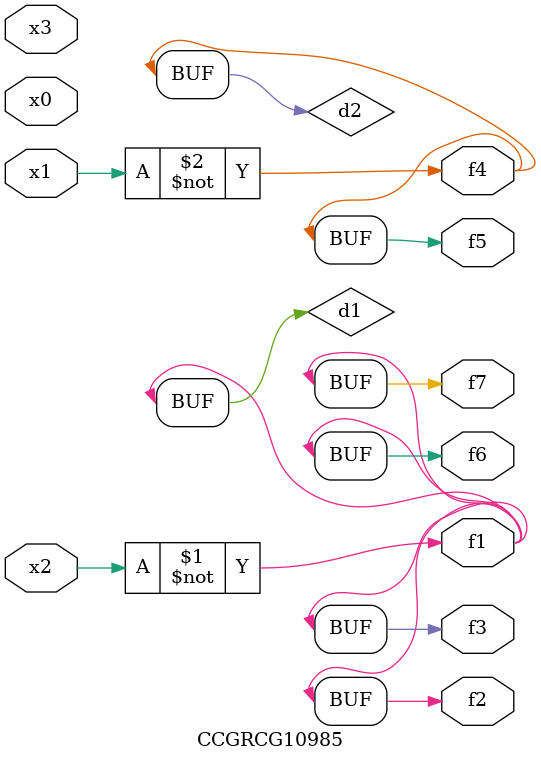
<source format=v>
module CCGRCG10985(
	input x0, x1, x2, x3,
	output f1, f2, f3, f4, f5, f6, f7
);

	wire d1, d2;

	xnor (d1, x2);
	not (d2, x1);
	assign f1 = d1;
	assign f2 = d1;
	assign f3 = d1;
	assign f4 = d2;
	assign f5 = d2;
	assign f6 = d1;
	assign f7 = d1;
endmodule

</source>
